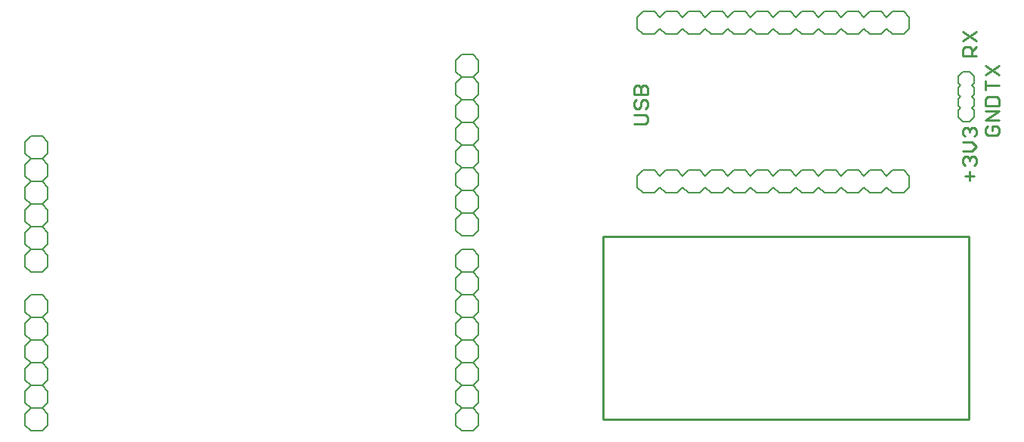
<source format=gto>
G75*
G70*
%OFA0B0*%
%FSLAX24Y24*%
%IPPOS*%
%LPD*%
%AMOC8*
5,1,8,0,0,1.08239X$1,22.5*
%
%ADD10C,0.0110*%
%ADD11C,0.0100*%
%ADD12C,0.0060*%
%ADD13C,0.0080*%
%ADD14C,0.0050*%
D10*
X028654Y015380D02*
X029147Y015380D01*
X029245Y015478D01*
X029245Y015675D01*
X029147Y015774D01*
X028654Y015774D01*
X028753Y016025D02*
X028851Y016025D01*
X028950Y016123D01*
X028950Y016320D01*
X029048Y016418D01*
X029147Y016418D01*
X029245Y016320D01*
X029245Y016123D01*
X029147Y016025D01*
X028753Y016025D02*
X028654Y016123D01*
X028654Y016320D01*
X028753Y016418D01*
X028654Y016669D02*
X028654Y016964D01*
X028753Y017063D01*
X028851Y017063D01*
X028950Y016964D01*
X028950Y016669D01*
X029245Y016669D02*
X029245Y016964D01*
X029147Y017063D01*
X029048Y017063D01*
X028950Y016964D01*
X029245Y016669D02*
X028654Y016669D01*
X043154Y015109D02*
X043154Y014912D01*
X043253Y014814D01*
X043154Y014563D02*
X043548Y014563D01*
X043745Y014366D01*
X043548Y014169D01*
X043154Y014169D01*
X043253Y013918D02*
X043351Y013918D01*
X043450Y013820D01*
X043548Y013918D01*
X043647Y013918D01*
X043745Y013820D01*
X043745Y013623D01*
X043647Y013525D01*
X043450Y013721D02*
X043450Y013820D01*
X043253Y013918D02*
X043154Y013820D01*
X043154Y013623D01*
X043253Y013525D01*
X043450Y013274D02*
X043450Y012880D01*
X043253Y013077D02*
X043647Y013077D01*
X043647Y014814D02*
X043745Y014912D01*
X043745Y015109D01*
X043647Y015207D01*
X043548Y015207D01*
X043450Y015109D01*
X043450Y015010D01*
X043450Y015109D02*
X043351Y015207D01*
X043253Y015207D01*
X043154Y015109D01*
X044154Y015175D02*
X044154Y014978D01*
X044253Y014880D01*
X044647Y014880D01*
X044745Y014978D01*
X044745Y015175D01*
X044647Y015274D01*
X044450Y015274D01*
X044450Y015077D01*
X044253Y015274D02*
X044154Y015175D01*
X044154Y015525D02*
X044745Y015918D01*
X044154Y015918D01*
X044154Y016169D02*
X044154Y016464D01*
X044253Y016563D01*
X044647Y016563D01*
X044745Y016464D01*
X044745Y016169D01*
X044154Y016169D01*
X044154Y015525D02*
X044745Y015525D01*
X044154Y016880D02*
X044154Y017274D01*
X044154Y017077D02*
X044745Y017077D01*
X044745Y017525D02*
X044154Y017918D01*
X044154Y017525D02*
X044745Y017918D01*
X043745Y018380D02*
X043154Y018380D01*
X043154Y018675D01*
X043253Y018774D01*
X043450Y018774D01*
X043548Y018675D01*
X043548Y018380D01*
X043548Y018577D02*
X043745Y018774D01*
X043745Y019025D02*
X043154Y019418D01*
X043154Y019025D02*
X043745Y019418D01*
D11*
X043442Y010396D02*
X027300Y010396D01*
X027300Y002325D01*
X043442Y002325D01*
X043442Y010396D01*
D12*
X002050Y001825D02*
X001800Y002075D01*
X001800Y002575D01*
X002050Y002825D01*
X001800Y003075D01*
X001800Y003575D01*
X002050Y003825D01*
X001800Y004075D01*
X001800Y004575D01*
X002050Y004825D01*
X001800Y005075D01*
X001800Y005575D01*
X002050Y005825D01*
X001800Y006075D01*
X001800Y006575D01*
X002050Y006825D01*
X001800Y007075D01*
X001800Y007575D01*
X002050Y007825D01*
X002550Y007825D01*
X002800Y007575D01*
X002800Y007075D01*
X002550Y006825D01*
X002800Y006575D01*
X002800Y006075D01*
X002550Y005825D01*
X002050Y005825D01*
X002550Y005825D02*
X002800Y005575D01*
X002800Y005075D01*
X002550Y004825D01*
X002800Y004575D01*
X002800Y004075D01*
X002550Y003825D01*
X002800Y003575D01*
X002800Y003075D01*
X002550Y002825D01*
X002800Y002575D01*
X002800Y002075D01*
X002550Y001825D01*
X002050Y001825D01*
X002050Y002825D02*
X002550Y002825D01*
X002550Y003825D02*
X002050Y003825D01*
X002050Y004825D02*
X002550Y004825D01*
X002550Y006825D02*
X002050Y006825D01*
X002050Y008825D02*
X001800Y009075D01*
X001800Y009575D01*
X002050Y009825D01*
X001800Y010075D01*
X001800Y010575D01*
X002050Y010825D01*
X001800Y011075D01*
X001800Y011575D01*
X002050Y011825D01*
X001800Y012075D01*
X001800Y012575D01*
X002050Y012825D01*
X001800Y013075D01*
X001800Y013575D01*
X002050Y013825D01*
X001800Y014075D01*
X001800Y014575D01*
X002050Y014825D01*
X002550Y014825D01*
X002800Y014575D01*
X002800Y014075D01*
X002550Y013825D01*
X002800Y013575D01*
X002800Y013075D01*
X002550Y012825D01*
X002050Y012825D01*
X002550Y012825D02*
X002800Y012575D01*
X002800Y012075D01*
X002550Y011825D01*
X002800Y011575D01*
X002800Y011075D01*
X002550Y010825D01*
X002800Y010575D01*
X002800Y010075D01*
X002550Y009825D01*
X002800Y009575D01*
X002800Y009075D01*
X002550Y008825D01*
X002050Y008825D01*
X002050Y009825D02*
X002550Y009825D01*
X002550Y010825D02*
X002050Y010825D01*
X002050Y011825D02*
X002550Y011825D01*
X002550Y013825D02*
X002050Y013825D01*
X020800Y013675D02*
X021050Y013425D01*
X021550Y013425D01*
X021800Y013675D01*
X021800Y014175D01*
X021550Y014425D01*
X021800Y014675D01*
X021800Y015175D01*
X021550Y015425D01*
X021050Y015425D01*
X020800Y015175D01*
X020800Y014675D01*
X021050Y014425D01*
X021550Y014425D01*
X021050Y014425D02*
X020800Y014175D01*
X020800Y013675D01*
X021050Y013425D02*
X020800Y013175D01*
X020800Y012675D01*
X021050Y012425D01*
X021550Y012425D01*
X021800Y012175D01*
X021800Y011675D01*
X021550Y011425D01*
X021800Y011175D01*
X021800Y010675D01*
X021550Y010425D01*
X021050Y010425D01*
X020800Y010675D01*
X020800Y011175D01*
X021050Y011425D01*
X020800Y011675D01*
X020800Y012175D01*
X021050Y012425D01*
X021550Y012425D02*
X021800Y012675D01*
X021800Y013175D01*
X021550Y013425D01*
X021550Y015425D02*
X021800Y015675D01*
X021800Y016175D01*
X021550Y016425D01*
X021800Y016675D01*
X021800Y017175D01*
X021550Y017425D01*
X021800Y017675D01*
X021800Y018175D01*
X021550Y018425D01*
X021050Y018425D01*
X020800Y018175D01*
X020800Y017675D01*
X021050Y017425D01*
X021550Y017425D01*
X021050Y017425D02*
X020800Y017175D01*
X020800Y016675D01*
X021050Y016425D01*
X021550Y016425D01*
X021050Y016425D02*
X020800Y016175D01*
X020800Y015675D01*
X021050Y015425D01*
X021050Y011425D02*
X021550Y011425D01*
X021550Y009825D02*
X021050Y009825D01*
X020800Y009575D01*
X020800Y009075D01*
X021050Y008825D01*
X021550Y008825D01*
X021800Y009075D01*
X021800Y009575D01*
X021550Y009825D01*
X021550Y008825D02*
X021800Y008575D01*
X021800Y008075D01*
X021550Y007825D01*
X021800Y007575D01*
X021800Y007075D01*
X021550Y006825D01*
X021800Y006575D01*
X021800Y006075D01*
X021550Y005825D01*
X021800Y005575D01*
X021800Y005075D01*
X021550Y004825D01*
X021800Y004575D01*
X021800Y004075D01*
X021550Y003825D01*
X021800Y003575D01*
X021800Y003075D01*
X021550Y002825D01*
X021800Y002575D01*
X021800Y002075D01*
X021550Y001825D01*
X021050Y001825D01*
X020800Y002075D01*
X020800Y002575D01*
X021050Y002825D01*
X020800Y003075D01*
X020800Y003575D01*
X021050Y003825D01*
X021550Y003825D01*
X021050Y003825D02*
X020800Y004075D01*
X020800Y004575D01*
X021050Y004825D01*
X020800Y005075D01*
X020800Y005575D01*
X021050Y005825D01*
X020800Y006075D01*
X020800Y006575D01*
X021050Y006825D01*
X021550Y006825D01*
X021050Y006825D02*
X020800Y007075D01*
X020800Y007575D01*
X021050Y007825D01*
X020800Y008075D01*
X020800Y008575D01*
X021050Y008825D01*
X021050Y007825D02*
X021550Y007825D01*
X021550Y005825D02*
X021050Y005825D01*
X021050Y004825D02*
X021550Y004825D01*
X021550Y002825D02*
X021050Y002825D01*
D13*
X029050Y012325D02*
X029550Y012325D01*
X029800Y012575D01*
X030050Y012325D01*
X030550Y012325D01*
X030800Y012575D01*
X031050Y012325D01*
X031550Y012325D01*
X031800Y012575D01*
X032050Y012325D01*
X032550Y012325D01*
X032800Y012575D01*
X033050Y012325D01*
X033550Y012325D01*
X033800Y012575D01*
X034050Y012325D01*
X034550Y012325D01*
X034800Y012575D01*
X035050Y012325D01*
X035550Y012325D01*
X035800Y012575D01*
X036050Y012325D01*
X036550Y012325D01*
X036800Y012575D01*
X037050Y012325D01*
X037550Y012325D01*
X037800Y012575D01*
X038050Y012325D01*
X038550Y012325D01*
X038800Y012575D01*
X039050Y012325D01*
X039550Y012325D01*
X039800Y012575D01*
X040050Y012325D01*
X040550Y012325D01*
X040800Y012575D01*
X040800Y013075D01*
X040550Y013325D01*
X040050Y013325D01*
X039800Y013075D01*
X039550Y013325D01*
X039050Y013325D01*
X038800Y013075D01*
X038550Y013325D01*
X038050Y013325D01*
X037800Y013075D01*
X037550Y013325D01*
X037050Y013325D01*
X036800Y013075D01*
X036550Y013325D01*
X036050Y013325D01*
X035800Y013075D01*
X035550Y013325D01*
X035050Y013325D01*
X034800Y013075D01*
X034550Y013325D01*
X034050Y013325D01*
X033800Y013075D01*
X033550Y013325D01*
X033050Y013325D01*
X032800Y013075D01*
X032550Y013325D01*
X032050Y013325D01*
X031800Y013075D01*
X031550Y013325D01*
X031050Y013325D01*
X030800Y013075D01*
X030550Y013325D01*
X030050Y013325D01*
X029800Y013075D01*
X029550Y013325D01*
X029050Y013325D01*
X028800Y013075D01*
X028800Y012575D01*
X029050Y012325D01*
X029050Y019325D02*
X028800Y019575D01*
X028800Y020075D01*
X029050Y020325D01*
X029550Y020325D01*
X029800Y020075D01*
X030050Y020325D01*
X030550Y020325D01*
X030800Y020075D01*
X031050Y020325D01*
X031550Y020325D01*
X031800Y020075D01*
X032050Y020325D01*
X032550Y020325D01*
X032800Y020075D01*
X033050Y020325D01*
X033550Y020325D01*
X033800Y020075D01*
X034050Y020325D01*
X034550Y020325D01*
X034800Y020075D01*
X035050Y020325D01*
X035550Y020325D01*
X035800Y020075D01*
X036050Y020325D01*
X036550Y020325D01*
X036800Y020075D01*
X037050Y020325D01*
X037550Y020325D01*
X037800Y020075D01*
X038050Y020325D01*
X038550Y020325D01*
X038800Y020075D01*
X039050Y020325D01*
X039550Y020325D01*
X039800Y020075D01*
X040050Y020325D01*
X040550Y020325D01*
X040800Y020075D01*
X040800Y019575D01*
X040550Y019325D01*
X040050Y019325D01*
X039800Y019575D01*
X039550Y019325D01*
X039050Y019325D01*
X038800Y019575D01*
X038550Y019325D01*
X038050Y019325D01*
X037800Y019575D01*
X037550Y019325D01*
X037050Y019325D01*
X036800Y019575D01*
X036550Y019325D01*
X036050Y019325D01*
X035800Y019575D01*
X035550Y019325D01*
X035050Y019325D01*
X034800Y019575D01*
X034550Y019325D01*
X034050Y019325D01*
X033800Y019575D01*
X033550Y019325D01*
X033050Y019325D01*
X032800Y019575D01*
X032550Y019325D01*
X032050Y019325D01*
X031800Y019575D01*
X031550Y019325D01*
X031050Y019325D01*
X030800Y019575D01*
X030550Y019325D01*
X030050Y019325D01*
X029800Y019575D01*
X029550Y019325D01*
X029050Y019325D01*
D14*
X042950Y017475D02*
X042950Y017175D01*
X043050Y017075D01*
X042950Y016975D01*
X042950Y016675D01*
X043050Y016575D01*
X042950Y016475D01*
X042950Y016175D01*
X043050Y016075D01*
X042950Y015975D01*
X042950Y015675D01*
X043150Y015475D01*
X043450Y015475D01*
X043650Y015675D01*
X043650Y015975D01*
X043550Y016075D01*
X043650Y016175D01*
X043650Y016475D01*
X043550Y016575D01*
X043650Y016675D01*
X043650Y016975D01*
X043550Y017075D01*
X043650Y017175D01*
X043650Y017475D01*
X043450Y017675D01*
X043150Y017675D01*
X042950Y017475D01*
M02*

</source>
